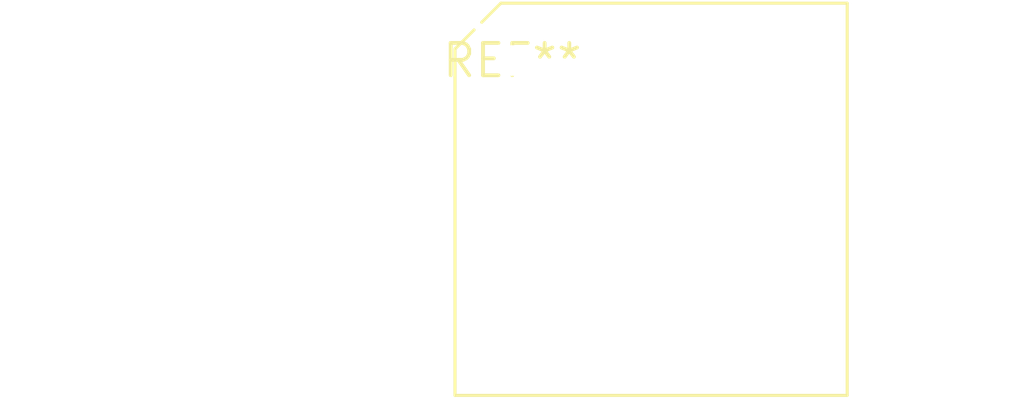
<source format=kicad_pcb>
(kicad_pcb (version 20240108) (generator pcbnew)
  (layers (0 "F.Cu" signal) (31 "B.Cu" signal) (34 "B.Paste" user) (35 "F.Paste" user) (36 "B.SilkS" user "B.Silkscreen") (37 "F.SilkS" user "F.Silkscreen") (38 "B.Mask" user) (39 "F.Mask" user) (44 "Edge.Cuts" user))
  (net 0 "")
  (footprint "Diode_Bridge_15.1x15.1x6.3mm_P10.9mm" (layer "F.Cu") (at 0 0)
    (property "Reference" "REF**")
    (property "Value" "Diode_Bridge_15.1x15.1x6.3mm_P10.9mm")
    (fp_line (start -2.25 -0.45) (end -1.5 -1.2) (layer "F.SilkS") (stroke (width 0.12)))
    (fp_line (start -2.25 13.15) (end -2.25 -0.45) (layer "F.SilkS") (stroke (width 0.12)))
    (fp_line (start -1.2 -1.5) (end -0.45 -2.25) (layer "F.SilkS") (stroke (width 0.12)))
    (fp_line (start -0.45 -2.25) (end 13.15 -2.25) (layer "F.SilkS") (stroke (width 0.12)))
    (fp_line (start 13.15 -2.25) (end 13.15 13.15) (layer "F.SilkS") (stroke (width 0.12)))
    (fp_line (start 13.15 13.15) (end -2.25 13.15) (layer "F.SilkS") (stroke (width 0.12)))
    (pad "1" thru_hole rect (at 0 0 180) (size 2.4 2.4) (drill 1.2) (layers *.Cu *.Mask) (remove_unused_layers))
    (pad "2" thru_hole circle (at 0.1 10.9 180) (size 2.4 2.4) (drill 1.2) (layers *.Cu *.Mask) (remove_unused_layers))
    (pad "3" thru_hole circle (at 10.9 10.9 180) (size 2.4 2.4) (drill 1.2) (layers *.Cu *.Mask) (remove_unused_layers))
    (pad "4" thru_hole circle (at 10.9 0 180) (size 2.4 2.4) (drill 1.2) (layers *.Cu *.Mask) (remove_unused_layers))
  )
)
</source>
